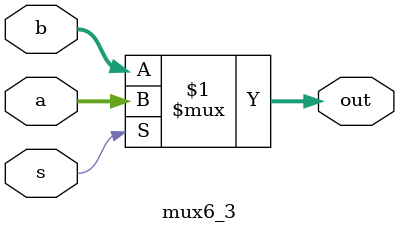
<source format=sv>
module mux6_3(input s, input [5:0] a, input [5:0] b, output [5:0] out);
  assign out = s ? a : b;
endmodule

</source>
